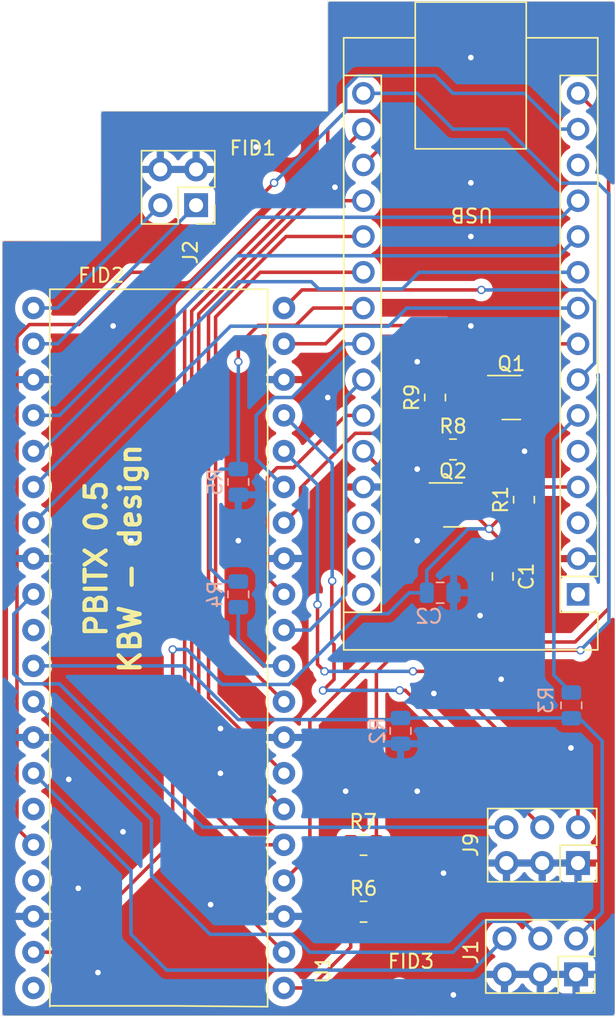
<source format=kicad_pcb>
(kicad_pcb (version 20221018) (generator pcbnew)
  (layers (0 "F.Cu" signal) (31 "B.Cu" signal) (34 "B.Paste" user) (35 "F.Paste" user) (36 "B.SilkS" user "B.Silkscreen") (37 "F.SilkS" user "F.Silkscreen") (38 "B.Mask" user) (39 "F.Mask" user) (44 "Edge.Cuts" user))
  (net 0 "")
  (net 3 "GND")
  (net 4 "Net-(A1-+5V)")
  (net 6 "Net-(A1-A6)")
  (net 7 "Net-(A1-A5)")
  (net 8 "Net-(A1-A4)")
  (net 9 "Net-(A1-A3)")
  (net 10 "Net-(A1-A2)")
  (net 11 "Net-(A1-A1)")
  (net 12 "Net-(A1-A0)")
  (net 14 "Net-(A1-3V3)")
  (net 15 "Net-(A1-D13)")
  (net 16 "Net-(A1-D12)")
  (net 17 "Net-(A1-D11)")
  (net 18 "Net-(A1-D10)")
  (net 19 "Net-(A1-D9)")
  (net 20 "Net-(A1-D8)")
  (net 21 "Net-(A1-D7)")
  (net 22 "Net-(A1-D6)")
  (net 23 "Net-(A1-D5)")
  (net 24 "Net-(A1-D4)")
  (net 25 "Net-(A1-D3)")
  (net 26 "Net-(A1-D2)")
  (net 30 "Net-(Q2-E)")
  (net 31 "Net-(J1-Pin_2)")
  (net 32 "Net-(J1-Pin_4)")
  (net 33 "Net-(J1-Pin_6)")
  (net 34 "Net-(J2-Pin_1)")
  (net 35 "Net-(J2-Pin_3)")
  (net 36 "Net-(J9-Pin_2)")
  (net 37 "Net-(J9-Pin_4)")
  (net 38 "Net-(J9-Pin_6)")
  (net 39 "Net-(Q1-B)")
  (net 40 "Net-(Q1-C)")
  (net 41 "Net-(Q2-B)")
  (net 42 "Net-(U1-GP7)")
  (net 43 "Net-(U1-GP0)")
  (net 44 "Net-(U1-GP10)")
  (footprint "Module:Arduino_Nano" (layer "F.Cu") (at 199.38 85.09 180)
    (fp_text reference "A1" hide)
    (fp_text value "Arduino_Nano_v2.x_REV")
    (fp_text user "USB" (at 7.538462 26.933062 180 unlocked) (layer "F.SilkS"))
    (fp_line (start -1.4 -3.94) (end -1.4 -1.27) (stroke (width 0.12)) (layer "F.SilkS"))
    (fp_line (start -1.4 1.27) (end -1.4 39.5) (stroke (width 0.12)) (layer "F.SilkS"))
    (fp_line (start -1.4 39.5) (end 3.68 39.5) (stroke (width 0.12)) (layer "F.SilkS"))
    (fp_line (start 1.27 -1.27) (end -1.4 -1.27) (stroke (width 0.12)) (layer "F.SilkS"))
    (fp_line (start 1.27 1.27) (end -1.4 1.27) (stroke (width 0.12)) (layer "F.SilkS"))
    (fp_line (start 1.27 1.27) (end 1.27 -1.27) (stroke (width 0.12)) (layer "F.SilkS"))
    (fp_line (start 1.27 1.27) (end 1.27 36.83) (stroke (width 0.12)) (layer "F.SilkS"))
    (fp_line (start 1.27 36.83) (end -1.4 36.83) (stroke (width 0.12)) (layer "F.SilkS"))
    (fp_line (start 3.68 31.62) (end 11.56 31.62) (stroke (width 0.12)) (layer "F.SilkS"))
    (fp_line (start 3.68 42.04) (end 3.68 31.62) (stroke (width 0.12)) (layer "F.SilkS"))
    (fp_line (start 11.56 31.62) (end 11.56 42.04) (stroke (width 0.12)) (layer "F.SilkS"))
    (fp_line (start 11.56 42.04) (end 3.68 42.04) (stroke (width 0.12)) (layer "F.SilkS"))
    (fp_line (start 13.97 -1.27) (end 13.97 36.83) (stroke (width 0.12)) (layer "F.SilkS"))
    (fp_line (start 13.97 -1.27) (end 16.64 -1.27) (stroke (width 0.12)) (layer "F.SilkS"))
    (fp_line (start 13.97 36.83) (end 16.64 36.83) (stroke (width 0.12)) (layer "F.SilkS"))
    (fp_line (start 16.64 -3.94) (end -1.4 -3.94) (stroke (width 0.12)) (layer "F.SilkS"))
    (fp_line (start 16.64 39.5) (end 11.56 39.5) (stroke (width 0.12)) (layer "F.SilkS"))
    (fp_line (start 16.64 39.5) (end 16.64 -3.94) (stroke (width 0.12)) (layer "F.SilkS"))
    (pad "1" thru_hole rect (at 0 0 180) (size 1.6 1.6) (drill 1) (layers "*.Cu" "*.Mask"))
    (pad "2" thru_hole oval (at 0 2.54 180) (size 1.6 1.6) (drill 1) (layers "*.Cu" "*.Mask") (net 3 "GND"))
    (pad "3" thru_hole oval (at 0 5.08 180) (size 1.6 1.6) (drill 1) (layers "*.Cu" "*.Mask"))
    (pad "4" thru_hole oval (at 0 7.62 180) (size 1.6 1.6) (drill 1) (layers "*.Cu" "*.Mask") (net 4 "Net-(A1-+5V)"))
    (pad "5" thru_hole oval (at 0 10.16 180) (size 1.6 1.6) (drill 1) (layers "*.Cu" "*.Mask"))
    (pad "6" thru_hole oval (at 0 12.7 180) (size 1.6 1.6) (drill 1) (layers "*.Cu" "*.Mask") (net 6 "Net-(A1-A6)"))
    (pad "7" thru_hole oval (at 0 15.24 180) (size 1.6 1.6) (drill 1) (layers "*.Cu" "*.Mask") (net 7 "Net-(A1-A5)"))
    (pad "8" thru_hole oval (at 0 17.78 180) (size 1.6 1.6) (drill 1) (layers "*.Cu" "*.Mask") (net 8 "Net-(A1-A4)"))
    (pad "9" thru_hole oval (at 0 20.32 180) (size 1.6 1.6) (drill 1) (layers "*.Cu" "*.Mask") (net 9 "Net-(A1-A3)"))
    (pad "10" thru_hole oval (at 0 22.86 180) (size 1.6 1.6) (drill 1) (layers "*.Cu" "*.Mask") (net 10 "Net-(A1-A2)"))
    (pad "11" thru_hole oval (at 0 25.4 180) (size 1.6 1.6) (drill 1) (layers "*.Cu" "*.Mask") (net 11 "Net-(A1-A1)"))
    (pad "12" thru_hole oval (at 0 27.94 180) (size 1.6 1.6) (drill 1) (layers "*.Cu" "*.Mask") (net 12 "Net-(A1-A0)"))
    (pad "13" thru_hole oval (at 0 30.48 180) (size 1.6 1.6) (drill 1) (layers "*.Cu" "*.Mask"))
    (pad "14" thru_hole oval (at 0 33.02 180) (size 1.6 1.6) (drill 1) (layers "*.Cu" "*.Mask") (net 14 "Net-(A1-3V3)"))
    (pad "15" thru_hole oval (at 0 35.56 180) (size 1.6 1.6) (drill 1) (layers "*.Cu" "*.Mask") (net 15 "Net-(A1-D13)"))
    (pad "16" thru_hole oval (at 15.24 35.56 180) (size 1.6 1.6) (drill 1) (layers "*.Cu" "*.Mask") (net 16 "Net-(A1-D12)"))
    (pad "17" thru_hole oval (at 15.24 33.02 180) (size 1.6 1.6) (drill 1) (layers "*.Cu" "*.Mask") (net 17 "Net-(A1-D11)"))
    (pad "18" thru_hole oval (at 15.24 30.48 180) (size 1.6 1.6) (drill 1) (layers "*.Cu" "*.Mask") (net 18 "Net-(A1-D10)"))
    (pad "19" thru_hole oval (at 15.24 27.94 180) (size 1.6 1.6) (drill 1) (layers "*.Cu" "*.Mask") (net 19 "Net-(A1-D9)"))
    (pad "20" thru_hole oval (at 15.24 25.4 180) (size 1.6 1.6) (drill 1) (layers "*.Cu" "*.Mask") (net 20 "Net-(A1-D8)"))
    (pad "21" thru_hole oval (at 15.24 22.86 180) (size 1.6 1.6) (drill 1) (layers "*.Cu" "*.Mask") (net 21 "Net-(A1-D7)"))
    (pad "22" thru_hole oval (at 15.24 20.32 180) (size 1.6 1.6) (drill 1) (layers "*.Cu" "*.Mask") (net 22 "Net-(A1-D6)"))
    (pad "23" thru_hole oval (at 15.24 17.78 180) (size 1.6 1.6) (drill 1) (layers "*.Cu" "*.Mask") (net 23 "Net-(A1-D5)"))
    (pad "24" thru_hole oval (at 15.24 15.24 180) (size 1.6 1.6) (drill 1) (layers "*.Cu" "*.Mask") (net 24 "Net-(A1-D4)"))
    (pad "25" thru_hole oval (at 15.24 12.7 180) (size 1.6 1.6) (drill 1) (layers "*.Cu" "*.Mask") (net 25 "Net-(A1-D3)"))
    (pad "26" thru_hole oval (at 15.24 10.16 180) (size 1.6 1.6) (drill 1) (layers "*.Cu" "*.Mask") (net 26 "Net-(A1-D2)"))
    (pad "27" thru_hole oval (at 15.24 7.62 180) (size 1.6 1.6) (drill 1) (layers "*.Cu" "*.Mask") (net 3 "GND"))
    (pad "28" thru_hole oval (at 15.24 5.08 180) (size 1.6 1.6) (drill 1) (layers "*.Cu" "*.Mask"))
    (pad "29" thru_hole oval (at 15.24 2.54 180) (size 1.6 1.6) (drill 1) (layers "*.Cu" "*.Mask"))
    (pad "30" thru_hole oval (at 15.24 0 180) (size 1.6 1.6) (drill 1) (layers "*.Cu" "*.Mask"))
  )
  (footprint "Connector_PinSocket_2.54mm:PinSocket_2x03_P2.54mm_Vertical" (layer "F.Cu") (at 199.239537 112.059113 -90)
    (fp_text reference "J1" (at -1.569113 7.469537 90) (layer "F.SilkS"))
    (fp_text value "Conn_02x03_Odd_Even" hide)
    (fp_line (start -3.87 -1.33) (end -3.87 6.41) (stroke (width 0.12)) (layer "F.SilkS"))
    (fp_line (start -3.87 -1.33) (end -1.27 -1.33) (stroke (width 0.12)) (layer "F.SilkS"))
    (fp_line (start -3.87 6.41) (end 1.33 6.41) (stroke (width 0.12)) (layer "F.SilkS"))
    (fp_line (start -1.27 -1.33) (end -1.27 1.27) (stroke (width 0.12)) (layer "F.SilkS"))
    (fp_line (start -1.27 1.27) (end 1.33 1.27) (stroke (width 0.12)) (layer "F.SilkS"))
    (fp_line (start 0 -1.33) (end 1.33 -1.33) (stroke (width 0.12)) (layer "F.SilkS"))
    (fp_line (start 1.33 -1.33) (end 1.33 0) (stroke (width 0.12)) (layer "F.SilkS"))
    (fp_line (start 1.33 1.27) (end 1.33 6.41) (stroke (width 0.12)) (layer "F.SilkS"))
    (pad "1" thru_hole rect (at 0 0 270) (size 1.7 1.7) (drill 1) (layers "*.Cu" "*.Mask") (net 3 "GND"))
    (pad "2" thru_hole oval (at -2.54 0 270) (size 1.7 1.7) (drill 1) (layers "*.Cu" "*.Mask") (net 31 "Net-(J1-Pin_2)"))
    (pad "3" thru_hole oval (at 0 2.54 270) (size 1.7 1.7) (drill 1) (layers "*.Cu" "*.Mask") (net 3 "GND"))
    (pad "4" thru_hole oval (at -2.54 2.54 270) (size 1.7 1.7) (drill 1) (layers "*.Cu" "*.Mask") (net 32 "Net-(J1-Pin_4)"))
    (pad "5" thru_hole oval (at 0 5.08 270) (size 1.7 1.7) (drill 1) (layers "*.Cu" "*.Mask") (net 3 "GND"))
    (pad "6" thru_hole oval (at -2.54 5.08 270) (size 1.7 1.7) (drill 1) (layers "*.Cu" "*.Mask") (net 33 "Net-(J1-Pin_6)"))
  )
  (footprint "rpi_pico_kicad:RPI_PICO" (layer "F.Cu") (at 178.5 113.025 180)
    (fp_text reference "U1" (at -2.775 1.3 90) (layer "F.SilkS"))
    (fp_text value "PICO_RP2040" hide)
    (fp_line (start 1.16 -1.33) (end 1.16 49.59) (stroke (width 0.12)) (layer "F.SilkS"))
    (fp_line (start 1.16 49.59) (end 16.62 49.59) (stroke (width 0.12)) (layer "F.SilkS"))
    (fp_line (start 7.89 -1.27) (end 1.16 -1.33) (stroke (width 0.12)) (layer "F.SilkS"))
    (fp_line (start 7.89 -1.27) (end 16.51 -1.27) (stroke (width 0.12)) (layer "F.SilkS"))
    (fp_line (start 16.62 49.59) (end 16.62 -1.33) (stroke (width 0.12)) (layer "F.SilkS"))
    (pad "1" thru_hole oval (at 0 0 180) (size 1.6 1.6) (drill 0.8) (layers "*.Cu" "*.Mask") (net 43 "Net-(U1-GP0)"))
    (pad "2" thru_hole oval (at 0 2.54 180) (size 1.6 1.6) (drill 0.8) (layers "*.Cu" "*.Mask") (net 18 "Net-(A1-D10)"))
    (pad "3" thru_hole oval (at 0 5.08 180) (size 1.6 1.6) (drill 0.8) (layers "*.Cu" "*.Mask") (net 3 "GND"))
    (pad "4" thru_hole oval (at 0 7.62 180) (size 1.6 1.6) (drill 0.8) (layers "*.Cu" "*.Mask") (net 15 "Net-(A1-D13)"))
    (pad "5" thru_hole oval (at 0 10.16 180) (size 1.6 1.6) (drill 0.8) (layers "*.Cu" "*.Mask") (net 17 "Net-(A1-D11)"))
    (pad "6" thru_hole oval (at 0 12.7 180) (size 1.6 1.6) (drill 0.8) (layers "*.Cu" "*.Mask") (net 19 "Net-(A1-D9)"))
    (pad "7" thru_hole oval (at 0 15.24 180) (size 1.6 1.6) (drill 0.8) (layers "*.Cu" "*.Mask") (net 20 "Net-(A1-D8)"))
    (pad "8" thru_hole oval (at 0 17.78 180) (size 1.6 1.6) (drill 0.8) (layers "*.Cu" "*.Mask") (net 3 "GND"))
    (pad "9" thru_hole oval (at 0 20.32 180) (size 1.6 1.6) (drill 0.8) (layers "*.Cu" "*.Mask") (net 21 "Net-(A1-D7)"))
    (pad "10" thru_hole oval (at 0 22.86 180) (size 1.6 1.6) (drill 0.8) (layers "*.Cu" "*.Mask") (net 42 "Net-(U1-GP7)"))
    (pad "11" thru_hole oval (at 0 25.4 180) (size 1.6 1.6) (drill 0.8) (layers "*.Cu" "*.Mask") (net 24 "Net-(A1-D4)"))
    (pad "12" thru_hole oval (at 0 27.94 180) (size 1.6 1.6) (drill 0.8) (layers "*.Cu" "*.Mask") (net 25 "Net-(A1-D3)"))
    (pad "13" thru_hole oval (at 0 30.48 180) (size 1.6 1.6) (drill 0.8) (layers "*.Cu" "*.Mask") (net 3 "GND"))
    (pad "14" thru_hole oval (at 0 33.02 180) (size 1.6 1.6) (drill 0.8) (layers "*.Cu" "*.Mask") (net 44 "Net-(U1-GP10)"))
    (pad "15" thru_hole oval (at 0 35.56 180) (size 1.6 1.6) (drill 0.8) (layers "*.Cu" "*.Mask") (net 23 "Net-(A1-D5)"))
    (pad "16" thru_hole oval (at 0 38.1 180) (size 1.6 1.6) (drill 0.8) (layers "*.Cu" "*.Mask") (net 36 "Net-(J9-Pin_2)"))
    (pad "17" thru_hole oval (at 0 40.64 180) (size 1.6 1.6) (drill 0.8) (layers "*.Cu" "*.Mask") (net 37 "Net-(J9-Pin_4)"))
    (pad "18" thru_hole oval (at 0 43.18 180) (size 1.6 1.6) (drill 0.8) (layers "*.Cu" "*.Mask") (net 3 "GND"))
    (pad "19" thru_hole oval (at 0 45.72 180) (size 1.6 1.6) (drill 0.8) (layers "*.Cu" "*.Mask") (net 8 "Net-(A1-A4)"))
    (pad "20" thru_hole oval (at 0 48.26 180) (size 1.6 1.6) (drill 0.8) (layers "*.Cu" "*.Mask") (net 7 "Net-(A1-A5)"))
    (pad "21" thru_hole oval (at 17.78 48.26 180) (size 1.6 1.6) (drill 0.8) (layers "*.Cu" "*.Mask") (net 35 "Net-(J2-Pin_3)"))
    (pad "22" thru_hole oval (at 17.78 45.72 180) (size 1.6 1.6) (drill 0.8) (layers "*.Cu" "*.Mask") (net 34 "Net-(J2-Pin_1)"))
    (pad "23" thru_hole oval (at 17.78 43.18 180) (size 1.6 1.6) (drill 0.8) (layers "*.Cu" "*.Mask") (net 3 "GND"))
    (pad "24" thru_hole oval (at 17.78 40.64 180) (size 1.6 1.6) (drill 0.8) (layers "*.Cu" "*.Mask") (net 12 "Net-(A1-A0)"))
    (pad "25" thru_hole oval (at 17.78 38.1 180) (size 1.6 1.6) (drill 0.8) (layers "*.Cu" "*.Mask") (net 11 "Net-(A1-A1)"))
    (pad "26" thru_hole oval (at 17.78 35.56 180) (size 1.6 1.6) (drill 0.8) (layers "*.Cu" "*.Mask") (net 10 "Net-(A1-A2)"))
    (pad "27" thru_hole oval (at 17.78 33.02 180) (size 1.6 1.6) (drill 0.8) (layers "*.Cu" "*.Mask") (net 9 "Net-(A1-A3)"))
    (pad "28" thru_hole oval (at 17.78 30.48 180) (size 1.6 1.6) (drill 0.8) (layers "*.Cu" "*.Mask") (net 3 "GND"))
    (pad "29" thru_hole oval (at 17.78 27.94 180) (size 1.6 1.6) (drill 0.8) (layers "*.Cu" "*.Mask") (net 38 "Net-(J9-Pin_6)"))
    (pad "30" thru_hole oval (at 17.78 25.4 180) (size 1.6 1.6) (drill 0.8) (layers "*.Cu" "*.Mask"))
    (pad "31" thru_hole oval (at 17.78 22.86 180) (size 1.6 1.6) (drill 0.8) (layers "*.Cu" "*.Mask") (net 31 "Net-(J1-Pin_2)"))
    (pad "32" thru_hole oval (at 17.78 20.32 180) (size 1.6 1.6) (drill 0.8) (layers "*.Cu" "*.Mask") (net 32 "Net-(J1-Pin_4)"))
    (pad "33" thru_hole oval (at 17.78 17.78 180) (size 1.6 1.6) (drill 0.8) (layers "*.Cu" "*.Mask") (net 3 "GND"))
    (pad "34" thru_hole oval (at 17.78 15.24 180) (size 1.6 1.6) (drill 0.8) (layers "*.Cu" "*.Mask") (net 33 "Net-(J1-Pin_6)"))
    (pad "35" thru_hole oval (at 17.78 12.7 180) (size 1.6 1.6) (drill 0.8) (layers "*.Cu" "*.Mask"))
    (pad "36" thru_hole oval (at 17.78 10.16 180) (size 1.6 1.6) (drill 0.8) (layers "*.Cu" "*.Mask") (net 14 "Net-(A1-3V3)"))
    (pad "37" thru_hole oval (at 17.78 7.62 180) (size 1.6 1.6) (drill 0.8) (layers "*.Cu" "*.Mask"))
    (pad "38" thru_hole oval (at 17.78 5.08 180) (size 1.6 1.6) (drill 0.8) (layers "*.Cu" "*.Mask") (net 3 "GND"))
    (pad "39" thru_hole oval (at 17.78 2.54 180) (size 1.6 1.6) (drill 0.8) (layers "*.Cu" "*.Mask") (net 30 "Net-(Q2-E)"))
    (pad "40" thru_hole oval (at 17.78 0 180) (size 1.6 1.6) (drill 0.8) (layers "*.Cu" "*.Mask"))
  )
  (footprint "Connector_PinSocket_2.54mm:PinSocket_2x02_P2.54mm_Vertical" (layer "F.Cu") (at 172.26 57.47 -90)
    (fp_text reference "J2" (at 3.34 0.4 90) (layer "F.SilkS"))
    (fp_text value "Conn_02x02_Odd_Even" hide)
    (fp_line (start -3.87 -1.33) (end -3.87 3.87) (stroke (width 0.12)) (layer "F.SilkS"))
    (fp_line (start -3.87 -1.33) (end -1.27 -1.33) (stroke (width 0.12)) (layer "F.SilkS"))
    (fp_line (start -3.87 3.87) (end 1.33 3.87) (stroke (width 0.12)) (layer "F.SilkS"))
    (fp_line (start -1.27 -1.33) (end -1.27 1.27) (stroke (width 0.12)) (layer "F.SilkS"))
    (fp_line (start -1.27 1.27) (end 1.33 1.27) (stroke (width 0.12)) (layer "F.SilkS"))
    (fp_line (start 0 -1.33) (end 1.33 -1.33) (stroke (width 0.12)) (layer "F.SilkS"))
    (fp_line (start 1.33 -1.33) (end 1.33 0) (stroke (width 0.12)) (layer "F.SilkS"))
    (fp_line (start 1.33 1.27) (end 1.33 3.87) (stroke (width 0.12)) (layer "F.SilkS"))
    (pad "1" thru_hole rect (at 0 0 270) (size 1.7 1.7) (drill 1) (layers "*.Cu" "*.Mask") (net 34 "Net-(J2-Pin_1)"))
    (pad "2" thru_hole oval (at -2.54 0 270) (size 1.7 1.7) (drill 1) (layers "*.Cu" "*.Mask") (net 3 "GND"))
    (pad "3" thru_hole oval (at 0 2.54 270) (size 1.7 1.7) (drill 1) (layers "*.Cu" "*.Mask") (net 35 "Net-(J2-Pin_3)"))
    (pad "4" thru_hole oval (at -2.54 2.54 270) (size 1.7 1.7) (drill 1) (layers "*.Cu" "*.Mask") (net 3 "GND"))
  )
  (footprint "Fiducial:Fiducial_0.5mm_Mask1.5mm" (layer "F.Cu") (at 162.56 62.23)
    (fp_text reference "FID2" (at 2.967082 0.220563) (layer "F.SilkS"))
    (fp_text value "Fiducial")
    (pad "" smd circle (at 0 0) (size 0.5 0.5) (layers "F.Cu" "F.Mask") (clearance 0.5))
  )
  (footprint "Connector_PinSocket_2.54mm:PinSocket_2x03_P2.54mm_Vertical" (layer "F.Cu") (at 199.375 104.16 -90)
    (fp_text reference "J9" (at -1.29 7.605 90) (layer "F.SilkS"))
    (fp_text value "Conn_02x03_Odd_Even")
    (fp_line (start -3.87 -1.33) (end -3.87 6.41) (stroke (width 0.12)) (layer "F.SilkS"))
    (fp_line (start -3.87 -1.33) (end -1.27 -1.33) (stroke (width 0.12)) (layer "F.SilkS"))
    (fp_line (start -3.87 6.41) (end 1.33 6.41) (stroke (width 0.12)) (layer "F.SilkS"))
    (fp_line (start -1.27 -1.33) (end -1.27 1.27) (stroke (width 0.12)) (layer "F.SilkS"))
    (fp_line (start -1.27 1.27) (end 1.33 1.27) (stroke (width 0.12)) (layer "F.SilkS"))
    (fp_line (start 0 -1.33) (end 1.33 -1.33) (stroke (width 0.12)) (layer "F.SilkS"))
    (fp_line (start 1.33 -1.33) (end 1.33 0) (stroke (width 0.12)) (layer "F.SilkS"))
    (fp_line (start 1.33 1.27) (end 1.33 6.41) (stroke (width 0.12)) (layer "F.SilkS"))
    (pad "1" thru_hole rect (at 0 0 270) (size 1.7 1.7) (drill 1) (layers "*.Cu" "*.Mask") (net 3 "GND"))
    (pad "2" thru_hole oval (at -2.54 0 270) (size 1.7 1.7) (drill 1) (layers "*.Cu" "*.Mask") (net 36 "Net-(J9-Pin_2)"))
    (pad "3" thru_hole oval (at 0 2.54 270) (size 1.7 1.7) (drill 1) (layers "*.Cu" "*.Mask") (net 3 "GND"))
    (pad "4" thru_hole oval (at -2.54 2.54 270) (size 1.7 1.7) (drill 1) (layers "*.Cu" "*.Mask") (net 37 "Net-(J9-Pin_4)"))
    (pad "5" thru_hole oval (at 0 5.08 270) (size 1.7 1.7) (drill 1) (layers "*.Cu" "*.Mask") (net 3 "GND"))
    (pad "6" thru_hole oval (at -2.54 5.08 270) (size 1.7 1.7) (drill 1) (layers "*.Cu" "*.Mask") (net 38 "Net-(J9-Pin_6)"))
  )
  (footprint "Package_TO_SOT_SMD:SOT-23" (layer "F.Cu") (at 194.6425 71.12)
    (fp_text reference "Q1" (at 0 -2.4) (layer "F.SilkS"))
    (fp_text value "BC847")
    (fp_line (start 0 -1.56) (end -1.675 -1.56) (stroke (width 0.12)) (layer "F.SilkS"))
    (fp_line (start 0 -1.56) (end 0.65 -1.56) (stroke (width 0.12)) (layer "F.SilkS"))
    (fp_line (start 0 1.56) (end -0.65 1.56) (stroke (width 0.12)) (layer "F.SilkS"))
    (fp_line (start 0 1.56) (end 0.65 1.56) (stroke (width 0.12)) (layer "F.SilkS"))
    (pad "1" smd roundrect (at -0.9375 -0.95) (size 1.475 0.6) (layers "F.Cu" "F.Paste" "F.Mask") (net 39 "Net-(Q1-B)"))
    (pad "2" smd roundrect (at -0.9375 0.95) (size 1.475 0.6) (layers "F.Cu" "F.Paste" "F.Mask") (net 3 "GND"))
    (pad "3" smd roundrect (at 0.9375 0) (size 1.475 0.6) (layers "F.Cu" "F.Paste" "F.Mask") (net 40 "Net-(Q1-C)"))
  )
  (footprint "Resistor_SMD:R_0805_2012Metric" (layer "F.Cu") (at 189.23 71.12 90)
    (fp_text reference "R9" (at 0 -1.65 90) (layer "F.SilkS"))
    (fp_text value "10k")
    (fp_line (start -0.227064 -0.735) (end 0.227064 -0.735) (stroke (width 0.12)) (layer "F.SilkS"))
    (fp_line (start -0.227064 0.735) (end 0.227064 0.735) (stroke (width 0.12)) (layer "F.SilkS"))
    (pad "1" smd roundrect (at -0.9125 0 90) (size 1.025 1.4) (layers "F.Cu" "F.Paste" "F.Mask") (roundrect_rratio 0.243902) (net 44 "Net-(U1-GP10)"))
    (pad "2" smd roundrect (at 0.9125 0 90) (size 1.025 1.4) (layers "F.Cu" "F.Paste" "F.Mask") (roundrect_rratio 0.243902) (net 39 "Net-(Q1-B)"))
  )
  (footprint "Resistor_SMD:R_0805_2012Metric" (layer "F.Cu") (at 184.15 102.87 180)
    (fp_text reference "R7" (at 0.029182 1.650907) (layer "F.SilkS"))
    (fp_text value "12k")
    (fp_line (start -0.227064 -0.735) (end 0.227064 -0.735) (stroke (width 0.12)) (layer "F.SilkS"))
    (fp_line (start -0.227064 0.735) (end 0.227064 0.735) (stroke (width 0.12)) (layer "F.SilkS"))
    (pad "1" smd roundrect (at -0.9125 0 180) (size 1.025 1.4) (layers "F.Cu" "F.Paste" "F.Mask") (roundrect_rratio 0.243902) (net 16 "Net-(A1-D12)"))
    (pad "2" smd roundrect (at 0.9125 0 180) (size 1.025 1.4) (layers "F.Cu" "F.Paste" "F.Mask") (roundrect_rratio 0.243902) (net 43 "Net-(U1-GP0)"))
  )
  (footprint "Fiducial:Fiducial_0.5mm_Mask1.5mm" (layer "F.Cu") (at 186.69 113.03)
    (fp_text reference "FID3" (at 0.828662 -1.89116) (layer "F.SilkS"))
    (fp_text value "Fiducial")
    (pad "" smd circle (at 0 0) (size 0.5 0.5) (layers "F.Cu" "F.Mask") (clearance 0.5))
  )
  (footprint "Resistor_SMD:R_0805_2012Metric" (layer "F.Cu") (at 195.540101 78.371636 90)
    (fp_text reference "R1" (at 0 -1.65 90) (layer "F.SilkS"))
    (fp_text value "5R")
    (fp_line (start -0.227064 -0.735) (end 0.227064 -0.735) (stroke (width 0.12)) (layer "F.SilkS"))
    (fp_line (start -0.227064 0.735) (end 0.227064 0.735) (stroke (width 0.12)) (layer "F.SilkS"))
    (pad "1" smd roundrect (at -0.9125 0 90) (size 1.025 1.4) (layers "F.Cu" "F.Paste" "F.Mask") (roundrect_rratio 0.243902) (net 30 "Net-(Q2-E)"))
    (pad "2" smd roundrect (at 0.9125 0 90) (size 1.025 1.4) (layers "F.Cu" "F.Paste" "F.Mask") (roundrect_rratio 0.243902) (net 4 "Net-(A1-+5V)"))
  )
  (footprint "Resistor_SMD:R_0805_2012Metric" (layer "F.Cu") (at 190.5 74.805)
    (fp_text reference "R8" (at 0 -1.65) (layer "F.SilkS"))
    (fp_text value "10k")
    (fp_line (start -0.227064 -0.735) (end 0.227064 -0.735) (stroke (width 0.12)) (layer "F.SilkS"))
    (fp_line (start -0.227064 0.735) (end 0.227064 0.735) (stroke (width 0.12)) (layer "F.SilkS"))
    (pad "1" smd roundrect (at -0.9125 0) (size 1.025 1.4) (layers "F.Cu" "F.Paste" "F.Mask") (roundrect_rratio 0.243902) (net 41 "Net-(Q2-B)"))
    (pad "2" smd roundrect (at 0.9125 0) (size 1.025 1.4) (layers "F.Cu" "F.Paste" "F.Mask") (roundrect_rratio 0.243902) (net 40 "Net-(Q1-C)"))
  )
  (footprint "Capacitor_SMD:C_0805_2012Metric" (layer "F.Cu") (at 194.03232 83.82 -90)
    (fp_text reference "C1" (at 0 -1.68 90) (layer "F.SilkS"))
    (fp_text value "100n")
    (fp_line (start -0.261252 -0.735) (end 0.261252 -0.735) (stroke (width 0.12)) (layer "F.SilkS"))
    (fp_line (start -0.261252 0.735) (end 0.261252 0.735) (stroke (width 0.12)) (layer "F.SilkS"))
    (pad "1" smd roundrect (at -0.95 0 270) (size 1 1.45) (layers "F.Cu" "F.Paste" "F.Mask") (net 30 "Net-(Q2-E)"))
    (pad "2" smd roundrect (at 0.95 0 270) (size 1 1.45) (layers "F.Cu" "F.Paste" "F.Mask") (net 3 "GND"))
  )
  (footprint "Resistor_SMD:R_0805_2012Metric" (layer "F.Cu") (at 184.15 107.615)
    (fp_text reference "R6" (at 0 -1.65) (layer "F.SilkS"))
    (fp_text value "22k")
    (fp_line (start -0.227064 -0.735) (end 0.227064 -0.735) (stroke (width 0.12)) (layer "F.SilkS"))
    (fp_line (start -0.227064 0.735) (end 0.227064 0.735) (stroke (width 0.12)) (layer "F.SilkS"))
    (pad "1" smd roundrect (at -0.9125 0) (size 1.025 1.4) (layers "F.Cu" "F.Paste" "F.Mask") (roundrect_rratio 0.243902) (net 43 "Net-(U1-GP0)"))
    (pad "2" smd roundrect (at 0.9125 0) (size 1.025 1.4) (layers "F.Cu" "F.Paste" "F.Mask") (roundrect_rratio 0.243902) (net 3 "GND"))
  )
  (footprint "Fiducial:Fiducial_0.5mm_Mask1.5mm" (layer "F.Cu") (at 178.962976 53.34)
    (fp_text reference "FID1" (at -2.677523 0.079115 180) (layer "F.SilkS"))
    (fp_text value "Fiducial")
    (pad "" smd circle (at 0 0) (size 0.5 0.5) (layers "F.Cu" "F.Mask") (clearance 0.5))
  )
  (footprint "Package_TO_SOT_SMD:SOT-23" (layer "F.Cu") (at 190.5 78.74)
    (fp_text reference "Q2" (at 0 -2.4) (layer "F.SilkS"))
    (fp_text value "BC857")
    (fp_line (start 0 -1.56) (end -1.675 -1.56) (stroke (width 0.12)) (layer "F.SilkS"))
    (fp_line (start 0 -1.56) (end 0.65 -1.56) (stroke (width 0.12)) (layer "F.SilkS"))
    (fp_line (start 0 1.56) (end -0.65 1.56) (stroke (width 0.12)) (layer "F.SilkS"))
    (fp_line (start 0 1.56) (end 0.65 1.56) (stroke (width 0.12)) (layer "F.SilkS"))
    (pad "1" smd roundrect (at -0.9375 -0.95) (size 1.475 0.6) (layers "F.Cu" "F.Paste" "F.Mask") (net 41 "Net-(Q2-B)"))
    (pad "2" smd roundrect (at -0.9375 0.95) (size 1.475 0.6) (layers "F.Cu" "F.Paste" "F.Mask") (net 30 "Net-(Q2-E)"))
    (pad "3" smd roundrect (at 0.9375 0) (size 1.475 0.6) (layers "F.Cu" "F.Paste" "F.Mask") (net 26 "Net-(A1-D2)"))
  )
  (footprint "Capacitor_SMD:C_0805_2012Metric" (layer "B.Cu") (at 189.588727 84.977222)
    (fp_text reference "C2" (at -0.800682 1.68) (layer "B.SilkS") (effects (justify mirror)))
    (fp_text value "100n" hide)
    (fp_line (start -0.261252 -0.735) (end 0.261252 -0.735) (stroke (width 0.12)) (layer "B.SilkS"))
    (fp_line (start -0.261252 0.735) (end 0.261252 0.735) (stroke (width 0.12)) (layer "B.SilkS"))
    (pad "1" smd roundrect (at -0.95 0) (size 1 1.45) (layers "B.Cu" "B.Paste" "B.Mask") (net 30 "Net-(Q2-E)"))
    (pad "2" smd roundrect (at 0.95 0) (size 1 1.45) (layers "B.Cu" "B.Paste" "B.Mask") (net 3 "GND"))
  )
  (footprint "Resistor_SMD:R_0805_2012Metric" (layer "B.Cu") (at 175.26 85.09 -90)
    (fp_text reference "R4" (at 0 1.65 90) (layer "B.SilkS") (effects (justify mirror)))
    (fp_text value "33k")
    (fp_line (start -0.227064 -0.735) (end 0.227064 -0.735) (stroke (width 0.12)) (layer "B.SilkS"))
    (fp_line (start -0.227064 0.735) (end 0.227064 0.735) (stroke (width 0.12)) (layer "B.SilkS"))
    (pad "1" smd roundrect (at -0.9125 0 270) (size 1.025 1.4) (layers "B.Cu" "B.Paste" "B.Mask") (roundrect_rratio 0.243902) (net 22 "Net-(A1-D6)"))
    (pad "2" smd roundrect (at 0.9125 0 270) (size 1.025 1.4) (layers "B.Cu" "B.Paste" "B.Mask") (roundrect_rratio 0.243902) (net 42 "Net-(U1-GP7)"))
  )
  (footprint "Resistor_SMD:R_0805_2012Metric" (layer "B.Cu") (at 175.26 77.1125 -90)
    (fp_text reference "R5" (at 0 1.65 90) (layer "B.SilkS") (effects (justify mirror)))
    (fp_text value "5k")
    (fp_line (start -0.227064 -0.735) (end 0.227064 -0.735) (stroke (width 0.12)) (layer "B.SilkS"))
    (fp_line (start -0.227064 0.735) (end 0.227064 0.735) (stroke (width 0.12)) (layer "B.SilkS"))
    (pad "1" smd roundrect (at -0.9125 0 270) (size 1.025 1.4) (layers "B.Cu" "B.Paste" "B.Mask") (roundrect_rratio 0.243902) (net 22 "Net-(A1-D6)"))
    (pad "2" smd roundrect (at 0.9125 0 270) (size 1.025 1.4) (layers "B.Cu" "B.Paste" "B.Mask") (roundrect_rratio 0.243902) (net 3 "GND"))
  )
  (footprint "Resistor_SMD:R_0805_2012Metric" (layer "B.Cu") (at 186.776579 94.778793 -90)
    (fp_text reference "R2" (at 0 1.65 90) (layer "B.SilkS") (effects (justify mirror)))
    (fp_text value "47k")
    (fp_line (start -0.227064 -0.735) (end 0.227064 -0.735) (stroke (width 0.12)) (layer "B.SilkS"))
    (fp_line (start -0.227064 0.735) (end 0.227064 0.735) (stroke (width 0.12)) (layer "B.SilkS"))
    (pad "1" smd roundrect (at -0.9125 0 270) (size 1.025 1.4) (layers "B.Cu" "B.Paste" "B.Mask") (roundrect_rratio 0.243902) (net 31 "Net-(J1-Pin_2)"))
    (pad "2" smd roundrect (at 0.9125 0 270) (size 1.025 1.4) (layers "B.Cu" "B.Paste" "B.Mask") (roundrect_rratio 0.243902) (net 3 "GND"))
  )
  (footprint "Resistor_SMD:R_0805_2012Metric" (layer "B.Cu") (at 198.90268 92.970687 -90)
    (fp_text reference "R3" (at -0.375884 1.795893 90) (layer "B.SilkS") (effects (justify mirror)))
    (fp_text value "10k")
    (fp_line (start -0.227064 -0.735) (end 0.227064 -0.735) (stroke (width 0.12)) (layer "B.SilkS"))
    (fp_line (start -0.227064 0.735) (end 0.227064 0.735) (stroke (width 0.12)) (layer "B.SilkS"))
    (pad "1" smd roundrect (at -0.9125 0 270) (size 1.025 1.4) (layers "B.Cu" "B.Paste" "B.Mask") (roundrect_rratio 0.243902) (net 6 "Net-(A1-A6)"))
    (pad "2" smd roundrect (at 0.9125 0 270) (size 1.025 1.4) (layers "B.Cu" "B.Paste" "B.Mask") (roundrect_rratio 0.243902) (net 31 "Net-(J1-Pin_2)"))
  )
  (gr_line (start 165.5 60) (end 165.5 50.8) (stroke (width 0.05)) (layer "Edge.Cuts"))
  (gr_line (start 158.5 115) (end 202 115) (stroke (width 0.05)) (layer "Edge.Cuts"))
  (gr_line (start 158.5 84) (end 158.5 60) (stroke (width 0.05)) (layer "Edge.Cuts"))
  (gr_line (start 181.61 43) (end 181.61 50.8) (stroke (width 0.05)) (layer "Edge.Cuts"))
  (gr_line (start 202 115) (end 202 43) (stroke (width 0.05)) (layer "Edge.Cuts"))
  (gr_line (start 158.5 60) (end 165.5 60) (stroke (width 0.05)) (layer "Edge.Cuts"))
  (gr_line (start 202 43) (end 181.61 43) (stroke (width 0.05)) (layer "Edge.Cuts"))
  (gr_line (start 158.5 115) (end 158.5 84) (stroke (width 0.05)) (layer "Edge.Cuts"))
  (gr_line (start 165.5 50.8) (end 181.61 50.8) (stroke (width 0.05)) (layer "Edge.Cuts"))
  (gr_text "PBITX 0.5\nKBW - design" (at 166.37 82.55 90) (layer "F.SilkS") (effects (font (size 1.5 1.5) (thickness 0.3))))
  (via (at 163.894848 105.9527) (size 0.6) (drill 0.4) (layers "F.Cu" "B.Cu") (net 3))
  (via (at 193.92101 91.11466) (size 0.6) (drill 0.4) (layers "F.Cu" "B.Cu") (net 3))
  (via (at 189.827757 104.875528) (size 0.6) (drill 0.4) (layers "F.Cu" "B.Cu") (net 3))
  (via (at 187.96 76.2) (size 0.6) (drill 0.4) (layers "F.Cu" "B.Cu") (net 3))
  (via (at 191.77 59.69) (size 0.6) (drill 0.4) (layers "F.Cu" "B.Cu") (net 3))
  (via (at 192.421061 86.595019) (size 0.6) (drill 0.4) (layers "F.Cu" "B.Cu") (net 3))
  (via (at 167.64 81.28) (size 0.6) (drill 0.4) (layers "F.Cu" "B.Cu") (net 3))
  (via (at 198.875999 95.988862) (size 0.6) (drill 0.4) (layers "F.Cu" "B.Cu") (net 3))
  (via (at 195.58 74.93) (size 0.6) (drill 0.4) (layers "F.Cu" "B.Cu") (net 3))
  (via (at 182.88 99.06) (size 0.6) (drill 0.4) (layers "F.Cu" "B.Cu") (net 3))
  (via (at 191.77 66.04) (size 0.6) (drill 0.4) (layers "F.Cu" "B.Cu") (net 3))
  (via (at 167.072505 101.940235) (size 0.6) (drill 0.4) (layers "F.Cu" "B.Cu") (net 3))
  (via (at 175.26 81.28) (size 0.6) (drill 0.4) (layers "F.Cu" "B.Cu") (net 3))
  (via (at 181.61 71.12) (size 0.6) (drill 0.4) (layers "F.Cu" "B.Cu") (net 3))
  (via (at 173.293171 107.11066) (size 0.6) (drill 0.4) (layers "F.Cu" "B.Cu") (net 3))
  (via (at 187.96 99.06) (size 0.6) (drill 0.4) (layers "F.Cu" "B.Cu") (net 3))
  (via (at 187.96 68.58) (size 0.6) (drill 0.4) (layers "F.Cu" "B.Cu") (net 3))
  (via (at 173.993333 94.615468) (size 0.6) (drill 0.4) (layers "F.Cu" "B.Cu") (net 3))
  (via (at 189.142402 92.122976) (size 0.6) (drill 0.4) (layers "F.Cu" "B.Cu") (net 3))
  (via (at 190.527919 113.519831) (size 0.6) (drill 0.4) (layers "F.Cu" "B.Cu") (net 3))
  (via (at 165.295171 111.931003) (size 0.6) (drill 0.4) (layers "F.Cu" "B.Cu") (net 3))
  (via (at 163.221616 98.223993) (size 0.6) (drill 0.4) (layers "F.Cu" "B.Cu") (net 3))
  (via (at 182.119493 56.192038) (size 0.6) (drill 0.4) (layers "F.Cu" "B.Cu") (net 3))
  (via (at 173.99 97.79) (size 0.6) (drill 0.4) (layers "F.Cu" "B.Cu") (net 3))
  (via (at 176.53 53.34) (size 0.6) (drill 0.4) (layers "F.Cu" "B.Cu") (net 3))
  (via (at 191.77 55.88) (size 0.6) (drill 0.4) (layers "F.Cu" "B.Cu") (net 3))
  (via (at 187.96 81.28) (size 0.6) (drill 0.4) (layers "F.Cu" "B.Cu") (net 3))
  (via (at 166.37 66.04) (size 0.6) (drill 0.4) (layers "F.Cu" "B.Cu") (net 3))
  (via (at 191.77 46.99) (size 0.6) (drill 0.4) (layers "F.Cu" "B.Cu") (net 3))
  (segment (start 178.5 95.245) (end 182.249063 95.245) (width 0.25) (layer "B.Cu") (net 3))
  (segment (start 182.249063 95.245) (end 182.723661 95.719598) (width 0.25) (layer "B.Cu") (net 3))
  (segment (start 182.723661 95.719598) (end 186.748274 95.719598) (width 0.25) (layer "B.Cu") (net 3))
  (segment (start 186.748274 95.719598) (end 186.776579 95.691293) (width 0.25) (layer "B.Cu") (net 3))
  (segment (start 195.550965 77.47) (end 199.38 77.47) (width 0.25) (layer "F.Cu") (net 4))
  (segment (start 195.540101 77.459136) (end 195.550965 77.47) (width 0.25) (layer "F.Cu") (net 4))
  (segment (start 197.661862 74.108138) (end 199.38 72.39) (width 0.25) (layer "B.Cu") (net 6))
  (segment (start 198.90268 92.058187) (end 197.661862 90.817369) (width 0.25) (layer "B.Cu") (net 6))
  (segment (start 197.661862 90.817369) (end 197.661862 74.108138) (width 0.25) (layer "B.Cu") (net 6))
  (segment (start 179.782228 63.482772) (end 192.51138 63.482772) (width 0.25) (layer "F.Cu") (net 7))
  (segment (start 178.5 64.765) (end 179.782228 63.482772) (width 0.25) (layer "F.Cu") (net 7))
  (via (at 192.51138 63.482772) (size 0.6) (drill 0.4) (layers "F.Cu" "B.Cu") (net 7))
  (segment (start 200.555 64.283299) (end 200.555 68.675) (width 0.25) (layer "B.Cu") (net 7))
  (segment (start 200.555 68.675) (end 199.38 69.85) (width 0.25) (layer "B.Cu") (net 7))
  (segment (start 199.754473 63.482772) (end 200.555 64.283299) (width 0.25) (layer "B.Cu") (net 7))
  (segment (start 192.51138 63.482772) (end 199.754473 63.482772) (width 0.25) (layer "B.Cu") (net 7))
  (segment (start 178.5 67.305) (end 181.454149 67.305) (width 0.25) (layer "F.Cu") (net 8))
  (segment (start 191.293853 67.31) (end 199.38 67.31) (width 0.25) (layer "F.Cu") (net 8))
  (segment (start 181.454149 67.305) (end 182.745023 66.014126) (width 0.25) (layer "F.Cu") (net 8))
  (segment (start 182.745023 66.014126) (end 189.997979 66.014126) (width 0.25) (layer "F.Cu") (net 8))
  (segment (start 189.997979 66.014126) (end 191.293853 67.31) (width 0.25) (layer "F.Cu") (net 8))
  (segment (start 187.224261 64.77) (end 185.936969 66.057292) (width 0.25) (layer "B.Cu") (net 9))
  (segment (start 174.707454 66.057292) (end 172.068383 68.696363) (width 0.25) (layer "B.Cu") (net 9))
  (segment (start 172.068383 68.696363) (end 172.028637 68.696363) (width 0.25) (layer "B.Cu") (net 9))
  (segment (start 172.028637 68.696363) (end 160.72 80.005) (width 0.25) (layer "B.Cu") (net 9))
  (segment (start 185.936969 66.057292) (end 174.707454 66.057292) (width 0.25) (layer "B.Cu") (net 9))
  (segment (start 199.38 64.77) (end 187.224261 64.77) (width 0.25) (layer "B.Cu") (net 9))
  (segment (start 180.447717 62.897919) (end 175.287082 62.897919) (width 0.25) (layer "B.Cu") (net 10))
  (segment (start 160.72 77.465) (end 175.287082 62.897919) (width 0.25) (layer "B.Cu") (net 10))
  (segment (start 188.090322 62.23) (end 186.910747 63.409575) (width 0.25) (layer "B.Cu") (net 10))
  (segment (start 186.910747 63.409575) (end 180.959373 63.409575) (width 0.25) (layer "B.Cu") (net 10))
  (segment (start 199.38 62.23) (end 188.090322 62.23) (width 0.25) (layer "B.Cu") (net 10))
  (segment (start 180.959373 63.409575) (end 180.447717 62.897919) (width 0.25) (layer "B.Cu") (net 10))
  (segment (start 198.015 61.055) (end 175.165 61.055) (width 0.25) (layer "B.Cu") (net 11))
  (segment (start 175.165 61.055) (end 161.295 74.925) (width 0.25) (layer "B.Cu") (net 11))
  (segment (start 199.38 59.69) (end 198.015 61.055) (width 0.25) (layer "B.Cu") (net 11))
  (segment (start 161.295 74.925) (end 160.72 74.925) (width 0.25) (layer "B.Cu") (net 11))
  (segment (start 162.565 72.385) (end 176.625 58.325) (width 0.25) (layer "B.Cu") (net 12))
  (segment (start 160.72 72.385) (end 162.565 72.385) (width 0.25) (layer "B.Cu") (net 12))
  (segment (start 176.625 58.325) (end 198.205 58.325) (width 0.25) (layer "B.Cu") (net 12))
  (segment (start 198.205 58.325) (end 199.38 57.15) (width 0.25) (layer "B.Cu") (net 12))
  (segment (start 160.72 102.865) (end 159.545 101.69) (width 0.25) (layer "F.Cu") (net 14))
  (segment (start 160.423299 65.94) (end 163.93 65.94) (width 0.25) (layer "F.Cu") (net 14))
  (segment (start 171.45 62.23) (end 177.8 55.88) (width 0.25) (layer "F.Cu") (net 14))
  (segment (start 159.545 66.835) (end 159.545 66.818299) (width 0.25) (layer "F.Cu") (net 14))
  (segment (start 163.93 65.94) (end 167.64 62.23) (width 0.25) (layer "F.Cu") (net 14))
  (segment (start 167.64 62.23) (end 171.45 62.23) (width 0.25) (layer "F.Cu") (net 14))
  (segment (start 159.545 101.69) (end 159.545 66.835) (width 0.25) (layer "F.Cu") (net 14))
  (segment (start 159.545 66.818299) (end 160.423299 65.94) (width 0.25) (layer "F.Cu") (net 14))
  (via (at 177.8 55.88) (size 0.6) (drill 0.4) (layers "F.Cu" "B.Cu") (net 14))
  (segment (start 199.38 52.07) (end 198.12 52.07) (width 0.25) (layer "B.Cu") (net 14))
  (segment (start 182.88 49.128299) (end 182.88 50.8) (width 0.25) (layer "B.Cu") (net 14))
  (segment (start 182.88 50.8) (end 177.8 55.88) (width 0.25) (layer "B.Cu") (net 14))
  (segment (start 183.73031 48.277989) (end 182.88 49.128299) (width 0.25) (layer "B.Cu") (net 14))
  (segment (start 189.247989 48.277989) (end 183.73031 48.277989) (width 0.25) (layer "B.Cu") (net 14))
  (segment (start 195.58 49.53) (end 190.5 49.53) (width 0.25) (layer "B.Cu") (net 14))
  (segment (start 198.12 52.07) (end 195.58 49.53) (width 0.25) (layer "B.Cu") (net 14))
  (segment (start 190.5 49.53) (end 189.247989 48.277989) (width 0.25) (layer "B.Cu") (net 14))
  (segment (start 201.554948 77.983247) (end 201.554948 86.087949) (width 0.25) (layer "F.Cu") (net 15))
  (segment (start 180.34 103.565) (end 180.34 94.080614) (width 0.25) (layer "F.Cu") (net 15))
  (segment (start 199.38 49.53) (end 201.548891 51.698891) (width 0.25) (layer "F.Cu") (net 15))
  (segment (start 180.34 94.080614) (end 185.949391 88.471223) (width 0.25) (layer "F.Cu") (net 15))
  (segment (start 201.554948 86.087949) (end 199.171674 88.471223) (width 0.25) (layer "F.Cu") (net 15))
  (segment (start 201.548891 77.97719) (end 201.554948 77.983247) (width 0.25) (layer "F.Cu") (net 15))
  (segment (start 178.5 105.405) (end 180.34 103.565) (width 0.25) (layer "F.Cu") (net 15))
  (segment (start 199.171674 88.471223) (end 185.949391 88.471223) (width 0.25) (layer "F.Cu") (net 15))
  (segment (start 201.548891 51.698891) (end 201.548891 77.97719) (width 0.25) (layer "F.Cu") (net 15))
  (segment (start 186.627494 89.058797) (end 199.548797 89.058797) (width 0.25) (layer "F.Cu") (net 16))
  (segment (start 185.0625 90.623791) (end 186.627494 89.058797) (width 0.25) (layer "F.Cu") (net 16))
  (segment (start 185.0625 102.87) (end 185.0625 90.623791) (width 0.25) (layer "F.Cu") (net 16))
  (via (at 199.548797 89.058797) (size 0.6) (drill 0.4) (layers "F.Cu" "B.Cu") (net 16))
  (segment (start 190.5 52.07) (end 187.96 49.53) (width 0.25) (layer "B.Cu") (net 16))
  (segment (start 199.548797 89.058797) (end 201.573252 87.034342) (width 0.25) (layer "B.Cu") (net 16))
  (segment (start 187.96 49.53) (end 184.14 49.53) (width 0.25) (layer "B.Cu") (net 16))
  (segment (start 201.573252 56.682327) (end 200.792303 55.901378) (width 0.25) (layer "B.Cu") (net 16))
  (segment (start 198.180161 55.901378) (end 194.348783 52.07) (width 0.25) (layer "B.Cu") (net 16))
  (segment (start 200.792303 55.901378) (end 198.180161 55.901378) (width 0.25) (layer "B.Cu") (net 16))
  (segment (start 201.573252 87.034342) (end 201.573252 56.682327) (width 0.25) (layer "B.Cu") (net 16))
  (segment (start 194.348783 52.07) (end 190.5 52.07) (width 0.25) (layer "B.Cu") (net 16))
  (segment (start 171.95 64.977106) (end 182.491168 54.435938) (width 0.25) (layer "F.Cu") (net 17))
  (segment (start 175.755 102.865) (end 171.95 99.06) (width 0.25) (layer "F.Cu") (net 17))
  (segment (start 182.491168 54.435938) (end 182.491168 53.701017) (width 0.25) (layer "F.Cu") (net 17))
  (segment (start 183.160874 53.049126) (end 184.14 52.07) (width 0.25) (layer "F.Cu") (net 17))
  (segment (start 171.95 99.06) (end 171.95 64.977106) (width 0.25) (layer "F.Cu") (net 17))
  (segment (start 178.5 102.865) (end 175.755 102.865) (width 0.25) (layer "F.Cu") (net 17))
  (segment (start 182.491168 53.701017) (end 183.143059 53.049126) (width 0.25) (layer "F.Cu") (net 17))
  (segment (start 183.143059 53.049126) (end 183.160874 53.049126) (width 0.25) (layer "F.Cu") (net 17))
  (segment (start 185.668 51.874462) (end 185.668 53.129258) (width 0.25) (layer "F.Cu") (net 18))
  (segment (start 171.45 64.77) (end 181.61 54.61) (width 0.25) (layer "F.Cu") (net 18))
  (segment (start 182.88 50.8) (end 184.593538 50.8) (width 0.25) (layer "F.Cu") (net 18))
  (segment (start 181.61 54.61) (end 181.61 52.06) (width 0.25) (layer "F.Cu") (net 18))
  (segment (start 178.5 110.485) (end 171.45 103.435) (width 0.25) (layer "F.Cu") (net 18))
  (segment (start 185.620742 53.129258) (end 184.14 54.61) (width 0.25) (layer "F.Cu") (net 18))
  (segment (start 181.62 52.06) (end 182.88 50.8) (width 0.25) (layer "F.Cu") (net 18))
  (segment (start 185.668 53.129258) (end 185.620742 53.129258) (width 0.25) (layer "F.Cu") (net 18))
  (segment (start 171.45 103.435) (end 171.45 64.77) (width 0.25) (layer "F.Cu") (net 18))
  (segment (start 181.61 52.06) (end 181.62 52.06) (width 0.25) (layer "F.Cu") (net 18))
  (segment (start 184.593538 50.8) (end 185.668 51.874462) (width 0.25) (layer "F.Cu") (net 18))
  (segment (start 178.5 100.325) (end 172.45 94.275) (width 0.25) (layer "F.Cu") (net 19))
  (segment (start 180.484212 57.15) (end 184.14 57.15) (width 0.25) (layer "F.Cu") (net 19))
  (segment (start 172.45 94.275) (end 172.45 65.184212) (width 0.25) (layer "F.Cu") (net 19))
  (segment (start 172.45 65.184212) (end 180.484212 57.15) (width 0.25) (layer "F.Cu") (net 19))
  (segment (start 173.145659 92.430659) (end 173.145659 65.195659) (width 0.25) (layer "F.Cu") (net 20))
  (segment (start 178.5 97.785) (end 173.145659 92.430659) (width 0.25) (layer "F.Cu") (net 20))
  (segment (start 178.651318 59.69) (end 184.14 59.69) (width 0.25) (layer "F.Cu") (net 20))
  (segment (start 173.145659 65.195659) (end 178.651318 59.69) (width 0.25) (layer "F.Cu") (net 20))
  (segment (start 173.645659 65.402765) (end 176.818424 62.23) (width 0.25) (layer "F.Cu") (net 21))
  (segment (start 178.5 92.705) (end 173.645659 87.850659) (width 0.25) (layer "F.Cu") (net 21))
  (segment (start 176.818424 62.23) (end 184.14 62.23) (width 0.25) (layer "F.Cu") (net 21))
  (segment (start 173.645659 87.850659) (end 173.645659 65.402765) (width 0.25) (layer "F.Cu") (net 21))
  (segment (start 180.578105 64.77) (end 184.14 64.77) (width 0.25) (layer "F.Cu") (net 22))
  (segment (start 175.26 68.58) (end 175.26 67.413129) (width 0.25) (layer "F.Cu") (net 22))
  (segment (start 179.351932 65.996173) (end 180.578105 64.77) (width 0.25) (layer "F.Cu") (net 22))
  (segment (start 176.676956 65.996173) (end 179.351932 65.996173) (width 0.25) (layer "F.Cu") (net 22))
  (segment (start 175.26 67.413129) (end 176.676956 65.996173) (width 0.25) (layer "F.Cu") (net 22))
  (via (at 175.26 68.58) (size 0.6) (drill 0.4) (layers "F.Cu" "B.Cu") (net 22))
  (segment (start 175.26 76.2) (end 175.26 68.58) (width 0.25) (layer "B.Cu") (net 22))
  (segment (start 173.271898 76.962417) (end 173.271898 83.247588) (width 0.25) (layer "B.Cu") (net 22))
  (segment (start 173.271898 83.247588) (end 174.20181 84.1775) (width 0.25) (layer "B.Cu") (net 22))
  (segment (start 174.034315 76.2) (end 173.271898 76.962417) (width 0.25) (layer "B.Cu") (net 22))
  (segment (start 174.20181 84.1775) (end 175.26 84.1775) (width 0.25) (layer "B.Cu") (net 22))
  (segment (start 175.26 76.2) (end 174.034315 76.2) (width 0.25) (layer "B.Cu") (net 22))
  (segment (start 182.88 67.31) (end 184.14 67.31) (width 0.25) (layer "B.Cu") (net 23))
  (segment (start 176.53 72.39) (end 177.8 71.12) (width 0.25) (layer "B.Cu") (net 23))
  (segment (start 179.07 71.12) (end 182.88 67.31) (width 0.25) (layer "B.Cu") (net 23))
  (segment (start 178.5 77.465) (end 176.53 75.495) (width 0.25) (layer "B.Cu") (net 23))
  (segment (start 176.53 75.495) (end 176.53 72.39) (width 0.25) (layer "B.Cu") (net 23))
  (segment (start 177.8 71.12) (end 179.07 71.12) (width 0.25) (layer "B.Cu") (net 23))
  (segment (start 182.88 71.11) (end 184.14 69.85) (width 0.25) (layer "B.Cu") (net 24))
  (segment (start 182.88 85.09) (end 182.88 71.11) (width 0.25) (layer "B.Cu") (net 24))
  (segment (start 180.345 87.625) (end 182.88 85.09) (width 0.25) (layer "B.Cu") (net 24))
  (segment (start 178.5 87.625) (end 180.345 87.625) (width 0.25) (layer "B.Cu") (net 24))
  (segment (start 177.325 83.91) (end 177.325 76.788299) (width 0.25) (layer "F.Cu") (net 25))
  (segment (start 179.17 76.1) (end 182.88 72.39) (width 0.25) (layer "F.Cu") (net 25))
  (segment (start 178.013299 76.1) (end 179.17 76.1) (width 0.25) (layer "F.Cu") (net 25))
  (segment (start 182.88 72.39) (end 184.14 72.39) (width 0.25) (layer "F.Cu") (net 25))
  (segment (start 178.5 85.085) (end 177.325 83.91) (width 0.25) (layer "F.Cu") (net 25))
  (segment (start 177.325 76.788299) (end 178.013299 76.1) (width 0.25) (layer "F.Cu") (net 25))
  (segment (start 187.95 78.74) (end 191.4375 78.74) (width 0.25) (layer "F.Cu") (net 26))
  (segment (start 184.14 74.93) (end 187.95 78.74) (width 0.25) (layer "F.Cu") (net 26))
  (segment (start 194.22171 79.284136) (end 193.065225 80.440621) (width 0.25) (layer "F.Cu") (net 30))
  (segment (start 160.72 110.485) (end 162.808473 110.485) (width 0.25) (layer "F.Cu") (net 30))
  (segment (start 193.065225 80.440621) (end 192.314604 79.69) (width 0.25) (layer "F.Cu") (net 30))
  (segment (start 192.314604 79.69) (end 189.5625 79.69) (width 0.25) (layer "F.Cu") (net 30))
  (segment (start 162.808473 110.485) (end 170.599661 102.693812) (width 0.25) (layer "F.Cu") (net 30))
  (segment (start 170.599661 102.693812) (end 170.599661 88.99857) (width 0.25) (layer "F.Cu") (net 30))
  (segment (start 194.03232 81.407716) (end 193.065225 80.440621) (width 0.25) (layer "F.Cu") (net 30))
  (segment (start 195.540101 79.284136) (end 194.22171 79.284136) (width 0.25) (layer "F.Cu") (net 30))
  (segment (start 194.03232 82.87) (end 194.03232 81.407716) (width 0.25) (layer "F.Cu") (net 30))
  (via (at 193.065225 80.440621) (size 0.6) (drill 0.4) (layers "F.Cu" "B.Cu") (net 30))
  (via (at 170.599661 88.99857) (size 0.6) (drill 0.4) (layers "F.Cu" "B.Cu") (net 30))
  (segment (start 185.91042 86.45841) (end 183.868291 86.45841) (width 0.25) (layer "B.Cu") (net 30))
  (segment (start 188.638727 84.977222) (end 188.638727 83.383014) (width 0.25) (layer "B.Cu") (net 30))
  (segment (start 183.868291 86.45841) (end 178.841489 91.485212) (width 0.25) (layer "B.Cu") (net 30))
  (segment (start 188.638727 84.977222) (end 187.391608 84.977222) (width 0.25) (layer "B.Cu") (net 30))
  (segment (start 170.599661 88.99857) (end 171.613398 88.99857) (width 0.25) (layer "B.Cu") (net 30))
  (segment (start 191.58112 80.440621) (end 193.065225 80.440621) (width 0.25) (layer "B.Cu") (net 30))
  (segment (start 187.391608 84.977222) (end 185.91042 86.45841) (width 0.25) (layer "B.Cu") (net 30))
  (segment (start 188.638727 83.383014) (end 191.58112 80.440621) (width 0.25) (layer "B.Cu") (net 30))
  (segment (start 178.841489 91.485212) (end 174.10004 91.485212) (width 0.25) (layer "B.Cu") (net 30))
  (segment (start 171.613398 88.99857) (end 174.10004 91.485212) (width 0.25) (layer "B.Cu") (net 30))
  (segment (start 171.445 90.165) (end 175.26 93.98) (width 0.25) (layer "B.Cu") (net 31))
  (segment (start 160.72 90.165) (end 171.445 90.165) (width 0.25) (layer "B.Cu") (net 31))
  (segment (start 201.093797 107.664853) (end 199.239537 109.519113) (width 0.25) (layer "B.Cu") (net 31))
  (segment (start 198.885786 93.866293) (end 198.90268 93.883187) (width 0.25) (layer "B.Cu") (net 31))
  (segment (start 175.26 93.98) (end 186.662872 93.98) (width 0.25) (layer "B.Cu") (net 31))
  (segment (start 186.662872 93.98) (end 186.776579 93.866293) (width 0.25) (layer "B.Cu") (net 31))
  (segment (start 201.093797 95.502044) (end 201.093797 107.664853) (width 0.25) (layer "B.Cu") (net 31))
  (segment (start 198.90268 93.883187) (end 199.47494 93.883187) (width 0.25) (layer "B.Cu") (net 31))
  (segment (start 199.47494 93.883187) (end 201.093797 95.502044) (width 0.25) (layer "B.Cu") (net 31))
  (segment (start 186.776579 93.866293) (end 198.885786 93.866293) (width 0.25) (layer "B.Cu") (net 31))
  (segment (start 192.695887 108.294113) (end 190.5 110.49) (width 0.25) (layer "B.Cu") (net 32))
  (segment (start 173.256932 109.22) (end 169.094596 105.057664) (width 0.25) (layer "B.Cu") (net 32))
  (segment (start 180.34 110.49) (end 179.07 109.22) (width 0.25) (layer "B.Cu") (net 32))
  (segment (start 169.094596 101.079596) (end 169.094596 105.057664) (width 0.25) (layer "B.Cu") (net 32))
  (segment (start 196.699537 109.519113) (end 195.474537 108.294113) (width 0.25) (layer "B.Cu") (net 32))
  (segment (start 160.72 92.705) (end 169.094596 101.079596) (width 0.25) (layer "B.Cu") (net 32))
  (segment (start 195.474537 108.294113) (end 192.695887 108.294113) (width 0.25) (layer "B.Cu") (net 32))
  (segment (start 190.5 110.49) (end 180.34 110.49) (width 0.25) (layer "B.Cu") (net 32))
  (segment (start 179.07 109.22) (end 173.256932 109.22) (width 0.25) (layer "B.Cu") (net 32))
  (segment (start 167.64 104.705) (end 167.64 109.22) (width 0.25) (layer "B.Cu") (net 33))
  (segment (start 167.64 109.22) (end 170.18 111.76) (width 0.25) (layer "B.Cu") (net 33))
  (segment (start 160.72 97.785) (end 167.64 104.705) (width 0.25) (layer "B.Cu") (net 33))
  (segment (start 191.91865 111.76) (end 194.159537 109.519113) (width 0.25) (layer "B.Cu") (net 33))
  (segment (start 170.18 111.76) (end 191.91865 111.76) (width 0.25) (layer "B.Cu") (net 33))
  (segment (start 160.72 67.305) (end 162.425 67.305) (width 0.25) (layer "B.Cu") (net 34))
  (segment (start 162.425 67.305) (end 172.26 57.47) (width 0.25) (layer "B.Cu") (net 34))
  (segment (start 162.425 64.765) (end 169.72 57.47) (width 0.25) (layer "B.Cu") (net 35))
  (segment (start 160.72 64.765) (end 162.425 64.765) (width 0.25) (layer "B.Cu") (net 35))
  (segment (start 180.882579 90.05763) (end 180.882579 85.812991) (width 0.25) (layer "F.Cu") (net 36))
  (segment (start 181.379615 90.554666) (end 180.882579 90.05763) (width 0.25) (layer "F.Cu") (net 36))
  (segment (start 189.511747 90.554666) (end 187.658464 90.554666) (width 0.25) (layer "F.Cu") (net 36))
  (segment (start 199.375 100.417919) (end 189.511747 90.554666) (width 0.25) (layer "F.Cu") (net 36))
  (segment (start 199.375 101.62) (end 199.375 100.417919) (width 0.25) (layer "F.Cu") (net 36))
  (via (at 180.882579 85.812991) (size 0.6) (drill 0.4) (layers "F.Cu" "B.Cu") (net 36))
  (via (at 187.658464 90.554666) (size 0.6) (drill 0.4) (layers "F.Cu" "B.Cu") (net 36))
  (via (at 181.379615 90.554666) (size 0.6) (drill 0.4) (layers "F.Cu" "B.Cu") (net 36))
  (segment (start 178.5 74.925) (end 180.882579 77.307579) (width 0.25) (layer "B.Cu") (net 36))
  (segment (start 181.379615 90.554666) (end 187.658464 90.554666) (width 0.25) (layer "B.Cu") (net 36))
  (segment (start 180.882579 77.307579) (end 180.882579 85.812991) (width 0.25) (layer "B.Cu") (net 36))
  (segment (start 181.268895 91.91608) (end 182.054615 91.13036) (width 0.25) (layer "F.Cu") (net 37))
  (segment (start 196.835 101.62) (end 187.116131 91.901131) (width 0.25) (layer "F.Cu") (net 37))
  (segment (start 187.116131 91.901131) (end 186.715939 91.901131) (width 0.25) (layer "F.Cu") (net 37))
  (segment (start 181.897245 88.505037) (end 181.897245 84.160445) (width 0.25) (layer "F.Cu") (net 37))
  (segment (start 182.054615 91.13036) (end 182.054615 88.662407) (width 0.25) (layer "F.Cu") (net 37))
  (segment (start 181.897245 84.160445) (end 181.923845 84.133845) (width 0.25) (layer "F.Cu") (net 37))
  (segment (start 182.054615 88.662407) (end 181.897245 88.505037) (width 0.25) (layer "F.Cu") (net 37))
  (via (at 186.715939 91.901131) (size 0.6) (drill 0.4) (layers "F.Cu" "B.Cu") (net 37))
  (via (at 181.268895 91.91608) (size 0.6) (drill 0.4) (layers "F.Cu" "B.Cu") (net 37))
  (via (at 181.923845 84.133845) (size 0.6) (drill 0.4) (layers "F.Cu" "B.Cu") (net 37))
  (segment (start 178.5 72.385) (end 181.923845 75.808845) (width 0.25) (layer "B.Cu") (net 37))
  (segment (start 181.283844 91.901131) (end 186.715939 91.901131) (width 0.25) (layer "B.Cu") (net 37))
  (segment (start 181.923845 75.808845) (end 181.923845 84.133845) (width 0.25) (layer "B.Cu") (net 37))
  (segment (start 181.283844 91.901131) (end 181.268895 91.91608) (width 0.25) (layer "B.Cu") (net 37))
  (segment (start 160.02 91.44) (end 159.32051 90.74051) (width 0.25) (layer "B.Cu") (net 38))
  (segment (start 159.32051 86.48449) (end 160.72 85.085) (width 0.25) (layer "B.Cu") (net 38))
  (segment (start 159.32051 90.74051) (end 159.32051 86.48449) (width 0.25) (layer "B.Cu") (net 38))
  (segment (start 194.295 101.62) (end 172.74 101.62) (width 0.25) (layer "B.Cu") (net 38))
  (segment (start 162.56 91.44) (end 160.02 91.44) (width 0.25) (layer "B.Cu") (net 38))
  (segment (start 172.74 101.62) (end 162.56 91.44) (width 0.25) (layer "B.Cu") (net 38))
  (segment (start 193.3725 70.131176) (end 189.306324 70.131176) (width 0.25) (layer "F.Cu") (net 39))
  (segment (start 189.306324 70.131176) (end 189.23 70.2075) (width 0.25) (layer "F.Cu") (net 39))
  (segment (start 195.2475 71.081176) (end 195.2475 72.7225) (width 0.25) (layer "F.Cu") (net 40))
  (segment (start 195.2475 72.7225) (end 193.04 74.93) (width 0.25) (layer "F.Cu") (net 40))
  (segment (start 191.5375 74.93) (end 191.4125 74.805) (width 0.25) (layer "F.Cu") (net 40))
  (segment (start 193.04 74.93) (end 191.5375 74.93) (width 0.25) (layer "F.Cu") (net 40))
  (segment (start 189.5875 74.805) (end 189.5875 77.765) (width 0.25) (layer "F.Cu") (net 41))
  (segment (start 189.5875 77.765) (end 189.5625 77.79) (width 0.25) (layer "F.Cu") (net 41))
  (segment (start 177.130414 90.165) (end 175.26 88.294586) (width 0.25) (layer "B.Cu") (net 42))
  (segment (start 175.26 88.294586) (end 175.26 86.0025) (width 0.25) (layer "B.Cu") (net 42))
  (segment (start 178.5 90.165) (end 177.130414 90.165) (width 0.25) (layer "B.Cu") (net 42))
  (segment (start 183.2375 110.1325) (end 183.2375 107.615) (width 0.25) (layer "F.Cu") (net 43))
  (segment (start 180.345 113.025) (end 183.2375 110.1325) (width 0.25) (layer "F.Cu") (net 43))
  (segment (start 183.2375 107.615) (end 183.2375 102.87) (width 0.25) (layer "F.Cu") (net 43))
  (segment (start 178.5 113.025) (end 180.345 113.025) (width 0.25) (layer "F.Cu") (net 43))
  (segment (start 179.675 78.83) (end 179.675 77.543299) (width 0.25) (layer "F.Cu") (net 44))
  (segment (start 183.558299 73.66) (end 186.69 73.66) (width 0.25) (layer "F.Cu") (net 44))
  (segment (start 186.69 73.66) (end 188.3175 72.0325) (width 0.25) (layer "F.Cu") (net 44))
  (segment (start 178.5 80.005) (end 179.675 78.83) (width 0.25) (layer "F.Cu") (net 44))
  (segment (start 188.3175 72.0325) (end 189.23 72.0325) (width 0.25) (layer "F.Cu") (net 44))
  (segment (start 179.675 77.543299) (end 183.558299 73.66) (width 0.25) (layer "F.Cu") (net 44))
  (zone (net 3) (net_name "GND") (layer "F.Cu") (connect_pads (clearance 0.508)) (min_thickness 0.254) (fill yes (thermal_gap 0.508) (thermal_bridge_width 0.508))
    (polygon (pts (xy 181.510045 43.007359) (xy 201.969939 42.993349) (xy 202.021633 114.936692) (xy 158.433689 115.037357) (xy 158.522086 59.995177) (xy 165.489732 59.922344) (xy 165.562564 49.992842) (xy 181.440057 49.871454) (xy 181.488465 42.978586)))
  )
  (zone (net 3) (net_name "GND") (layer "B.Cu") (connect_pads (clearance 0.508)) (min_thickness 0.254) (fill yes (thermal_gap 0.508) (thermal_bridge_width 0.508))
    (polygon (pts (xy 201.958618 115.035894) (xy 158.346421 115.140574) (xy 158.339979 115.148061) (xy 158.531224 60.054162) (xy 165.560995 60.008746) (xy 165.488162 50.030688) (xy 165.658105 50.030688) (xy 181.584153 49.933578) (xy 181.535598 42.965933) (xy 201.977263 42.941655)))
  )
)
</source>
